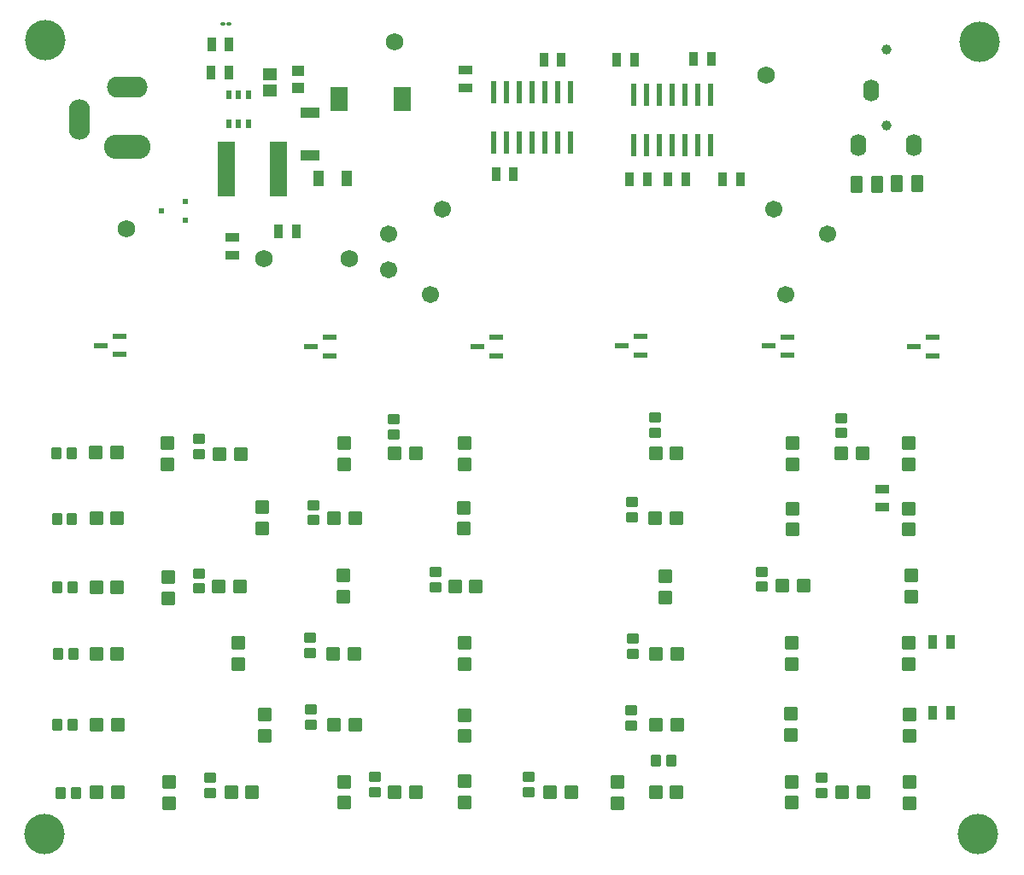
<source format=gbr>
%TF.GenerationSoftware,KiCad,Pcbnew,8.0.3*%
%TF.CreationDate,2024-08-08T10:10:12-07:00*%
%TF.ProjectId,VULED,56554c45-442e-46b6-9963-61645f706362,rev?*%
%TF.SameCoordinates,Original*%
%TF.FileFunction,Soldermask,Top*%
%TF.FilePolarity,Negative*%
%FSLAX46Y46*%
G04 Gerber Fmt 4.6, Leading zero omitted, Abs format (unit mm)*
G04 Created by KiCad (PCBNEW 8.0.3) date 2024-08-08 10:10:12*
%MOMM*%
%LPD*%
G01*
G04 APERTURE LIST*
G04 Aperture macros list*
%AMRoundRect*
0 Rectangle with rounded corners*
0 $1 Rounding radius*
0 $2 $3 $4 $5 $6 $7 $8 $9 X,Y pos of 4 corners*
0 Add a 4 corners polygon primitive as box body*
4,1,4,$2,$3,$4,$5,$6,$7,$8,$9,$2,$3,0*
0 Add four circle primitives for the rounded corners*
1,1,$1+$1,$2,$3*
1,1,$1+$1,$4,$5*
1,1,$1+$1,$6,$7*
1,1,$1+$1,$8,$9*
0 Add four rect primitives between the rounded corners*
20,1,$1+$1,$2,$3,$4,$5,0*
20,1,$1+$1,$4,$5,$6,$7,0*
20,1,$1+$1,$6,$7,$8,$9,0*
20,1,$1+$1,$8,$9,$2,$3,0*%
G04 Aperture macros list end*
%ADD10RoundRect,0.102000X0.465000X-0.435000X0.465000X0.435000X-0.465000X0.435000X-0.465000X-0.435000X0*%
%ADD11R,1.320800X0.558800*%
%ADD12RoundRect,0.102000X0.600000X-0.550000X0.600000X0.550000X-0.600000X0.550000X-0.600000X-0.550000X0*%
%ADD13RoundRect,0.102000X0.550000X0.600000X-0.550000X0.600000X-0.550000X-0.600000X0.550000X-0.600000X0*%
%ADD14RoundRect,0.102000X0.435000X0.465000X-0.435000X0.465000X-0.435000X-0.465000X0.435000X-0.465000X0*%
%ADD15O,4.604000X2.404000*%
%ADD16O,4.004000X2.104000*%
%ADD17O,2.104000X4.004000*%
%ADD18RoundRect,0.102000X0.460000X0.710000X-0.460000X0.710000X-0.460000X-0.710000X0.460000X-0.710000X0*%
%ADD19RoundRect,0.100000X-0.130000X-0.100000X0.130000X-0.100000X0.130000X0.100000X-0.130000X0.100000X0*%
%ADD20R,0.558800X0.901700*%
%ADD21R,0.812800X1.397000*%
%ADD22C,0.990600*%
%ADD23O,1.600000X2.200000*%
%ADD24R,1.066800X1.600200*%
%ADD25C,1.734000*%
%ADD26C,4.000000*%
%ADD27RoundRect,0.102000X-0.750000X-1.100000X0.750000X-1.100000X0.750000X1.100000X-0.750000X1.100000X0*%
%ADD28R,1.449997X1.305598*%
%ADD29R,1.854200X1.066800*%
%ADD30C,1.701800*%
%ADD31R,1.193800X1.016000*%
%ADD32R,0.558800X2.286000*%
%ADD33RoundRect,0.102000X-0.435000X-0.465000X0.435000X-0.465000X0.435000X0.465000X-0.435000X0.465000X0*%
%ADD34R,1.397000X0.812800*%
%ADD35R,1.651000X5.410200*%
%ADD36R,0.508000X0.508000*%
%ADD37RoundRect,0.102000X-0.460000X-0.710000X0.460000X-0.710000X0.460000X0.710000X-0.460000X0.710000X0*%
G04 APERTURE END LIST*
D10*
%TO.C,R29*%
X107970000Y-126305000D03*
X107970000Y-124795000D03*
%TD*%
D11*
%TO.C,Q5*%
X78109800Y-89654999D03*
X78109800Y-87825001D03*
X76230200Y-88740000D03*
%TD*%
D12*
%TO.C,D36*%
X91505000Y-127370000D03*
X91505000Y-125270000D03*
%TD*%
D13*
%TO.C,D35*%
X80615000Y-126250000D03*
X78515000Y-126250000D03*
%TD*%
D12*
%TO.C,D14*%
X91445000Y-106805000D03*
X91445000Y-104705000D03*
%TD*%
%TO.C,D47*%
X106620000Y-134035000D03*
X106620000Y-131935000D03*
%TD*%
D10*
%TO.C,R46*%
X110375000Y-97295000D03*
X110375000Y-95785000D03*
%TD*%
D14*
%TO.C,R31*%
X52725000Y-119205000D03*
X51215000Y-119205000D03*
%TD*%
D15*
%TO.C,J2*%
X58010000Y-68920000D03*
D16*
X58010000Y-62965000D03*
D17*
X53320000Y-66215000D03*
%TD*%
D18*
%TO.C,R2*%
X136350000Y-72595000D03*
X134350000Y-72595000D03*
%TD*%
D13*
%TO.C,D18*%
X57070000Y-112585000D03*
X54970000Y-112585000D03*
%TD*%
D19*
%TO.C,C4*%
X67490000Y-56725000D03*
X68130000Y-56725000D03*
%TD*%
D12*
%TO.C,D29*%
X91520000Y-120235000D03*
X91520000Y-118135000D03*
%TD*%
D11*
%TO.C,Q6*%
X57269800Y-89524999D03*
X57269800Y-87695001D03*
X55390200Y-88610000D03*
%TD*%
D13*
%TO.C,D46*%
X102070000Y-132935000D03*
X99970000Y-132935000D03*
%TD*%
D20*
%TO.C,U3*%
X68134999Y-66634150D03*
X69085000Y-66634150D03*
X70035001Y-66634150D03*
X70035001Y-63725850D03*
X69085000Y-63725850D03*
X68134999Y-63725850D03*
%TD*%
D10*
%TO.C,R41*%
X108060000Y-105660000D03*
X108060000Y-104150000D03*
%TD*%
D13*
%TO.C,D7*%
X112515000Y-99355000D03*
X110415000Y-99355000D03*
%TD*%
D10*
%TO.C,R45*%
X84470000Y-97480000D03*
X84470000Y-95970000D03*
%TD*%
%TO.C,R17*%
X66230000Y-133020000D03*
X66230000Y-131510000D03*
%TD*%
D21*
%TO.C,R16*%
X99328850Y-60259963D03*
X101081450Y-60259963D03*
%TD*%
D12*
%TO.C,D25*%
X135735000Y-113530000D03*
X135735000Y-111430000D03*
%TD*%
D21*
%TO.C,R3*%
X113392450Y-72159563D03*
X111639850Y-72159563D03*
%TD*%
D22*
%TO.C,J1*%
X133325000Y-59289566D03*
X133325000Y-66789566D03*
D23*
X131814876Y-63319566D03*
X136044876Y-68729566D03*
X130564876Y-68739566D03*
%TD*%
D12*
%TO.C,D21*%
X79485000Y-113565000D03*
X79485000Y-111465000D03*
%TD*%
D10*
%TO.C,R36*%
X65180000Y-112730000D03*
X65180000Y-111220000D03*
%TD*%
D24*
%TO.C,C2*%
X79847400Y-72060000D03*
X77002600Y-72060000D03*
%TD*%
D25*
%TO.C,J3*%
X80060000Y-80040000D03*
%TD*%
D12*
%TO.C,D40*%
X62175000Y-134010000D03*
X62175000Y-131910000D03*
%TD*%
D10*
%TO.C,R37*%
X88585000Y-112580000D03*
X88585000Y-111070000D03*
%TD*%
%TO.C,R26*%
X126860000Y-133015000D03*
X126860000Y-131505000D03*
%TD*%
D26*
%TO.C,H1*%
X142336191Y-137046191D03*
%TD*%
D27*
%TO.C,L1*%
X79025000Y-64150000D03*
X85325000Y-64150000D03*
%TD*%
D11*
%TO.C,Q2*%
X123519800Y-89599999D03*
X123519800Y-87770001D03*
X121640200Y-88685000D03*
%TD*%
D10*
%TO.C,R40*%
X76480000Y-105960000D03*
X76480000Y-104450000D03*
%TD*%
D28*
%TO.C,C3*%
X72190000Y-63302799D03*
X72190000Y-61697201D03*
%TD*%
D14*
%TO.C,R43*%
X52535000Y-99300000D03*
X51025000Y-99300000D03*
%TD*%
D25*
%TO.C,J6*%
X121415000Y-61845000D03*
%TD*%
D12*
%TO.C,D38*%
X123875000Y-127280000D03*
X123875000Y-125180000D03*
%TD*%
D13*
%TO.C,D28*%
X80560000Y-119195000D03*
X78460000Y-119195000D03*
%TD*%
%TO.C,D42*%
X70450000Y-132935000D03*
X68350000Y-132935000D03*
%TD*%
D29*
%TO.C,D51*%
X76205000Y-65554100D03*
X76205000Y-69795900D03*
%TD*%
D30*
%TO.C,RV1*%
X88130150Y-83589963D03*
X89330148Y-75090036D03*
X122130158Y-75090036D03*
X123330156Y-83589963D03*
X83980158Y-77590035D03*
X83980158Y-81090037D03*
X127480147Y-77590035D03*
%TD*%
D31*
%TO.C,R25*%
X75020000Y-63115900D03*
X75020000Y-61414100D03*
%TD*%
D32*
%TO.C,U1*%
X108226150Y-68754563D03*
X109496150Y-68754563D03*
X110766150Y-68754563D03*
X112036150Y-68754563D03*
X113306150Y-68754563D03*
X114576150Y-68754563D03*
X115846150Y-68754563D03*
X115846150Y-63725363D03*
X114576150Y-63725363D03*
X113306150Y-63725363D03*
X112036150Y-63725363D03*
X110766150Y-63725363D03*
X109496150Y-63725363D03*
X108226150Y-63725363D03*
%TD*%
D12*
%TO.C,D12*%
X71420000Y-106785000D03*
X71420000Y-104685000D03*
%TD*%
D13*
%TO.C,D37*%
X112545000Y-126230000D03*
X110445000Y-126230000D03*
%TD*%
D11*
%TO.C,Q4*%
X94629800Y-89654999D03*
X94629800Y-87825001D03*
X92750200Y-88740000D03*
%TD*%
D21*
%TO.C,R30*%
X137882400Y-125085000D03*
X139635000Y-125085000D03*
%TD*%
D12*
%TO.C,D34*%
X71710000Y-127310000D03*
X71710000Y-125210000D03*
%TD*%
D13*
%TO.C,D9*%
X130945000Y-99300000D03*
X128845000Y-99300000D03*
%TD*%
D21*
%TO.C,R24*%
X68136300Y-61575000D03*
X66383700Y-61575000D03*
%TD*%
D12*
%TO.C,D19*%
X62105000Y-113705000D03*
X62105000Y-111605000D03*
%TD*%
D14*
%TO.C,R27*%
X52645000Y-126200000D03*
X51135000Y-126200000D03*
%TD*%
D10*
%TO.C,R33*%
X108155000Y-119205000D03*
X108155000Y-117695000D03*
%TD*%
D14*
%TO.C,R39*%
X52585000Y-105835000D03*
X51075000Y-105835000D03*
%TD*%
D33*
%TO.C,R21*%
X110430000Y-129815000D03*
X111940000Y-129815000D03*
%TD*%
D12*
%TO.C,D10*%
X135520000Y-100385000D03*
X135520000Y-98285000D03*
%TD*%
D10*
%TO.C,R47*%
X128810000Y-97320000D03*
X128810000Y-95810000D03*
%TD*%
D34*
%TO.C,R42*%
X132885000Y-104640000D03*
X132885000Y-102887400D03*
%TD*%
D13*
%TO.C,D44*%
X86675000Y-132955000D03*
X84575000Y-132955000D03*
%TD*%
%TO.C,D1*%
X57030000Y-99260000D03*
X54930000Y-99260000D03*
%TD*%
D35*
%TO.C,C1*%
X67836900Y-71135000D03*
X72993100Y-71135000D03*
%TD*%
D21*
%TO.C,R15*%
X106598850Y-60274963D03*
X108351450Y-60274963D03*
%TD*%
D26*
%TO.C,H4*%
X49885000Y-58380000D03*
%TD*%
D12*
%TO.C,D49*%
X123920000Y-133985000D03*
X123920000Y-131885000D03*
%TD*%
D13*
%TO.C,D3*%
X69275000Y-99375000D03*
X67175000Y-99375000D03*
%TD*%
D21*
%TO.C,R4*%
X109607450Y-72134563D03*
X107854850Y-72134563D03*
%TD*%
D13*
%TO.C,D41*%
X57100000Y-132955000D03*
X55000000Y-132955000D03*
%TD*%
%TO.C,D13*%
X80660000Y-105770000D03*
X78560000Y-105770000D03*
%TD*%
D12*
%TO.C,D8*%
X124020000Y-100385000D03*
X124020000Y-98285000D03*
%TD*%
%TO.C,D52*%
X135580000Y-134035000D03*
X135580000Y-131935000D03*
%TD*%
D10*
%TO.C,R18*%
X82640000Y-132925000D03*
X82640000Y-131415000D03*
%TD*%
D12*
%TO.C,D27*%
X69020000Y-120235000D03*
X69020000Y-118135000D03*
%TD*%
%TO.C,D31*%
X123890000Y-120240000D03*
X123890000Y-118140000D03*
%TD*%
D13*
%TO.C,D50*%
X131040000Y-132925000D03*
X128940000Y-132925000D03*
%TD*%
%TO.C,D30*%
X112550000Y-119180000D03*
X110450000Y-119180000D03*
%TD*%
D26*
%TO.C,H3*%
X142515000Y-58510000D03*
%TD*%
D12*
%TO.C,D16*%
X124000000Y-106895000D03*
X124000000Y-104795000D03*
%TD*%
D10*
%TO.C,R44*%
X65195000Y-99430000D03*
X65195000Y-97920000D03*
%TD*%
D14*
%TO.C,R35*%
X52650000Y-112595000D03*
X51140000Y-112595000D03*
%TD*%
D26*
%TO.C,H2*%
X49850000Y-137075000D03*
%TD*%
D11*
%TO.C,Q1*%
X108924600Y-89584999D03*
X108924600Y-87755001D03*
X107045000Y-88670000D03*
%TD*%
D13*
%TO.C,D11*%
X57070000Y-105760000D03*
X54970000Y-105760000D03*
%TD*%
D21*
%TO.C,R19*%
X96341450Y-71619963D03*
X94588850Y-71619963D03*
%TD*%
%TO.C,R5*%
X74776300Y-77345000D03*
X73023700Y-77345000D03*
%TD*%
D34*
%TO.C,R48*%
X68465000Y-77893700D03*
X68465000Y-79646300D03*
%TD*%
D12*
%TO.C,D45*%
X91450000Y-133940000D03*
X91450000Y-131840000D03*
%TD*%
D11*
%TO.C,Q3*%
X137894800Y-89654999D03*
X137894800Y-87825001D03*
X136015200Y-88740000D03*
%TD*%
D10*
%TO.C,R28*%
X76285000Y-126230000D03*
X76285000Y-124720000D03*
%TD*%
D32*
%TO.C,U2*%
X101950150Y-63485363D03*
X100680150Y-63485363D03*
X99410150Y-63485363D03*
X98140150Y-63485363D03*
X96870150Y-63485363D03*
X95600150Y-63485363D03*
X94330150Y-63485363D03*
X94330150Y-68514563D03*
X95600150Y-68514563D03*
X96870150Y-68514563D03*
X98140150Y-68514563D03*
X99410150Y-68514563D03*
X100680150Y-68514563D03*
X101950150Y-68514563D03*
%TD*%
D36*
%TO.C,Q7*%
X63813800Y-76225001D03*
X63813800Y-74324999D03*
X61426200Y-75275000D03*
%TD*%
D25*
%TO.C,J4*%
X84515000Y-58520000D03*
%TD*%
D14*
%TO.C,R12*%
X52930000Y-133005000D03*
X51420000Y-133005000D03*
%TD*%
D13*
%TO.C,D33*%
X57100000Y-126235000D03*
X55000000Y-126235000D03*
%TD*%
D37*
%TO.C,R1*%
X130360000Y-72630000D03*
X132360000Y-72630000D03*
%TD*%
D12*
%TO.C,D4*%
X79520000Y-100385000D03*
X79520000Y-98285000D03*
%TD*%
D21*
%TO.C,R13*%
X118846450Y-72134963D03*
X117093850Y-72134963D03*
%TD*%
D10*
%TO.C,R20*%
X97845000Y-132920000D03*
X97845000Y-131410000D03*
%TD*%
D13*
%TO.C,D22*%
X92625000Y-112530000D03*
X90525000Y-112530000D03*
%TD*%
%TO.C,D24*%
X125115000Y-112480000D03*
X123015000Y-112480000D03*
%TD*%
D12*
%TO.C,D2*%
X62020000Y-100385000D03*
X62020000Y-98285000D03*
%TD*%
D13*
%TO.C,D48*%
X112515000Y-132950000D03*
X110415000Y-132950000D03*
%TD*%
D34*
%TO.C,R22*%
X91610150Y-61313663D03*
X91610150Y-63066263D03*
%TD*%
D13*
%TO.C,D15*%
X112470000Y-105735000D03*
X110370000Y-105735000D03*
%TD*%
D25*
%TO.C,J5*%
X71580000Y-79995000D03*
%TD*%
D13*
%TO.C,D26*%
X57070000Y-119185000D03*
X54970000Y-119185000D03*
%TD*%
D12*
%TO.C,D32*%
X135520000Y-120235000D03*
X135520000Y-118135000D03*
%TD*%
D21*
%TO.C,R34*%
X137883700Y-118065000D03*
X139636300Y-118065000D03*
%TD*%
%TO.C,R14*%
X114178850Y-60184963D03*
X115931450Y-60184963D03*
%TD*%
D12*
%TO.C,D39*%
X135620000Y-127330000D03*
X135620000Y-125230000D03*
%TD*%
%TO.C,D6*%
X91520000Y-100385000D03*
X91520000Y-98285000D03*
%TD*%
D25*
%TO.C,J7*%
X58000000Y-77035000D03*
%TD*%
D12*
%TO.C,D17*%
X135500000Y-106895000D03*
X135500000Y-104795000D03*
%TD*%
%TO.C,D43*%
X79520000Y-133985000D03*
X79520000Y-131885000D03*
%TD*%
%TO.C,D23*%
X111410000Y-113590000D03*
X111410000Y-111490000D03*
%TD*%
D13*
%TO.C,D20*%
X69215000Y-112560000D03*
X67115000Y-112560000D03*
%TD*%
D10*
%TO.C,R32*%
X76200000Y-119135000D03*
X76200000Y-117625000D03*
%TD*%
%TO.C,R38*%
X120955000Y-112555000D03*
X120955000Y-111045000D03*
%TD*%
D21*
%TO.C,R23*%
X66398700Y-58760000D03*
X68151300Y-58760000D03*
%TD*%
D13*
%TO.C,D5*%
X86635000Y-99320000D03*
X84535000Y-99320000D03*
%TD*%
M02*

</source>
